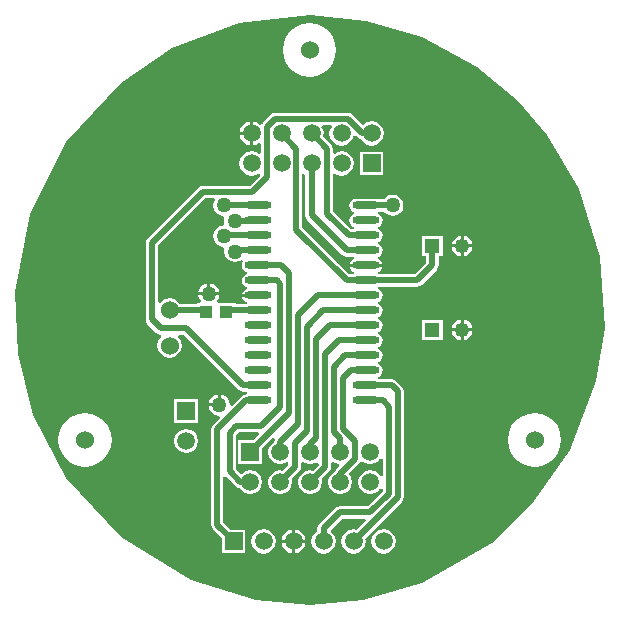
<source format=gbl>
%FSDAX23Y23*%
%MOIN*%
%SFA1B1*%

%IPPOS*%
%ADD11R,0.043300X0.039400*%
%ADD15C,0.019700*%
%ADD18C,0.060000*%
%ADD19R,0.059100X0.059100*%
%ADD20C,0.059100*%
%ADD21R,0.059100X0.059100*%
%ADD22R,0.049200X0.049200*%
%ADD23C,0.049200*%
%ADD24C,0.050000*%
%ADD25O,0.090600X0.023600*%
%LNsensor_pcb-1*%
%LPD*%
G36*
X03250Y04040D02*
X03437Y03986D01*
X03620Y03887*
X03757Y03773*
X03853Y03660*
X03959Y03480*
X04029Y03254*
X04044Y03017*
X04017Y02841*
X03930Y02610*
X03810Y02440*
X03668Y02301*
X03435Y02165*
X03238Y02108*
X03061Y02092*
X02883Y02108*
X02665Y02175*
X02431Y02320*
X02250Y02517*
X02140Y02727*
X02088Y02928*
X02078Y03136*
X02130Y03397*
X02250Y03636*
X02431Y03832*
X02603Y03948*
X02825Y04032*
X03061Y04061*
X03250Y04040*
G37*
%LNsensor_pcb-2*%
%LPC*%
G36*
X02689Y02779D02*
X02610D01*
Y02700*
X02689*
Y02779*
G37*
G36*
X02650Y02680D02*
X02634Y02677D01*
X02621Y02668*
X02612Y02655*
X02609Y02640*
X02612Y02624*
X02621Y02611*
X02634Y02602*
X02650Y02599*
X02665Y02602*
X02678Y02611*
X02687Y02624*
X02690Y02640*
X02687Y02655*
X02678Y02668*
X02665Y02677*
X02650Y02680*
G37*
G36*
X03811Y02733D02*
X03788Y02730D01*
X03766Y02721*
X03747Y02707*
X03733Y02688*
X03724Y02666*
X03721Y02643*
X03724Y02620*
X03733Y02598*
X03747Y02580*
X03766Y02566*
X03788Y02557*
X03811Y02554*
X03834Y02557*
X03856Y02566*
X03874Y02580*
X03888Y02598*
X03897Y02620*
X03900Y02643*
X03897Y02666*
X03888Y02688*
X03874Y02707*
X03856Y02721*
X03834Y02730*
X03811Y02733*
G37*
G36*
X03564Y03005D02*
X03534D01*
X03536Y02996*
X03544Y02985*
X03555Y02977*
X03564Y02975*
Y03005*
G37*
G36*
X03505Y03044D02*
X03436D01*
Y02975*
X03505*
Y03044*
G37*
G36*
X02755Y02794D02*
X02746Y02793D01*
X02734Y02785*
X02727Y02773*
X02725Y02765*
X02755*
Y02794*
G37*
G36*
X02312Y02733D02*
X02288Y02730D01*
X02267Y02721*
X02248Y02707*
X02234Y02688*
X02225Y02666*
X02222Y02643*
X02225Y02620*
X02234Y02598*
X02248Y02580*
X02267Y02566*
X02288Y02557*
X02312Y02554*
X02335Y02557*
X02356Y02566*
X02375Y02580*
X02389Y02598*
X02398Y02620*
X02401Y02643*
X02398Y02666*
X02389Y02688*
X02375Y02707*
X02356Y02721*
X02335Y02730*
X02312Y02733*
G37*
G36*
X03003Y02300D02*
X02968D01*
X02970Y02289*
X02979Y02276*
X02992Y02267*
X03003Y02265*
Y02300*
G37*
G36*
X03308Y02345D02*
X03292Y02342D01*
X03279Y02333*
X03270Y02320*
X03267Y02305*
X03270Y02289*
X03279Y02276*
X03292Y02267*
X03308Y02264*
X03323Y02267*
X03336Y02276*
X03345Y02289*
X03348Y02305*
X03345Y02320*
X03336Y02333*
X03323Y02342*
X03308Y02345*
G37*
G36*
X02908D02*
X02892Y02342D01*
X02879Y02333*
X02870Y02320*
X02867Y02305*
X02870Y02289*
X02879Y02276*
X02892Y02267*
X02908Y02264*
X02923Y02267*
X02936Y02276*
X02945Y02289*
X02948Y02305*
X02945Y02320*
X02936Y02333*
X02923Y02342*
X02908Y02345*
G37*
G36*
X03013Y02344D02*
Y02310D01*
X03047*
X03045Y02320*
X03036Y02333*
X03023Y02342*
X03013Y02344*
G37*
G36*
X03003D02*
X02992Y02342D01*
X02979Y02333*
X02970Y02320*
X02968Y02310*
X03003*
Y02344*
G37*
G36*
X03047Y02300D02*
X03013D01*
Y02265*
X03023Y02267*
X03036Y02276*
X03045Y02289*
X03047Y02300*
G37*
G36*
X03603Y03005D02*
X03574D01*
Y02975*
X03582Y02977*
X03594Y02985*
X03601Y02996*
X03603Y03005*
G37*
G36*
X03307Y03604D02*
X03228D01*
Y03525*
X03307*
Y03604*
G37*
G36*
X03574Y03324D02*
Y03295D01*
X03603*
X03601Y03303*
X03594Y03314*
X03582Y03322*
X03574Y03324*
G37*
G36*
X03564D02*
X03555Y03322D01*
X03544Y03314*
X03536Y03303*
X03534Y03295*
X03564*
Y03324*
G37*
G36*
X02863Y03660D02*
X02828D01*
X02830Y03649*
X02839Y03636*
X02852Y03627*
X02863Y03625*
Y03660*
G37*
G36*
X03061Y04032D02*
X03037Y04029D01*
X03016Y04020*
X02997Y04006*
X02983Y03987*
X02974Y03966*
X02971Y03942*
X02974Y03919*
X02983Y03898*
X02997Y03879*
X03016Y03865*
X03037Y03856*
X03061Y03853*
X03084Y03856*
X03105Y03865*
X03124Y03879*
X03138Y03898*
X03147Y03919*
X03150Y03942*
X03147Y03966*
X03138Y03987*
X03124Y04006*
X03105Y04020*
X03084Y04029*
X03061Y04032*
G37*
G36*
X03188Y03734D02*
X02947D01*
X02939Y03733*
X02933Y03728*
X02904Y03699*
X02903Y03697*
X02896Y03693*
X02883Y03702*
X02873Y03704*
Y03665*
Y03625*
X02883Y03627*
X02891Y03633*
X02898Y03629*
Y03600*
X02891Y03596*
X02883Y03602*
X02868Y03605*
X02852Y03602*
X02839Y03593*
X02830Y03580*
X02827Y03565*
X02830Y03549*
X02839Y03536*
X02852Y03527*
X02868Y03524*
X02883Y03527*
X02891Y03533*
X02894Y03531*
X02895Y03523*
X02861Y03490*
X02704*
X02697Y03488*
X02690Y03484*
X02520Y03314*
X02516Y03307*
X02514Y03300*
Y03045*
X02516Y03037*
X02520Y03030*
X02550Y03000*
X02557Y02996*
X02564Y02994*
X02565Y02987*
X02565Y02986*
X02556Y02973*
X02553Y02957*
X02556Y02942*
X02565Y02929*
X02578Y02920*
X02594Y02917*
X02609Y02920*
X02622Y02929*
X02631Y02942*
X02634Y02957*
X02631Y02973*
X02622Y02986*
X02622Y02987*
X02624Y02994*
X02641*
X02825Y02810*
X02832Y02806*
X02840Y02804*
X02848*
X02848Y02804*
X02851Y02803*
Y02796*
X02848Y02795*
X02847Y02794*
X02842Y02793*
X02835Y02789*
X02802Y02756*
X02795Y02759*
Y02760*
X02793Y02773*
X02785Y02785*
X02773Y02793*
X02765Y02794*
Y02760*
X02760*
Y02755*
X02725*
X02727Y02746*
X02734Y02734*
X02746Y02727*
X02760Y02724*
X02760*
X02763Y02717*
X02738Y02692*
X02734Y02685*
X02732Y02678*
Y02360*
X02734Y02352*
X02738Y02345*
X02768Y02315*
Y02265*
X02847*
Y02344*
X02797*
X02773Y02368*
Y02519*
X02775Y02520*
X02780Y02522*
X02814Y02488*
X02821Y02484*
X02829Y02482*
X02834Y02474*
X02847Y02465*
X02863Y02462*
X02878Y02465*
X02891Y02474*
X02900Y02487*
X02903Y02503*
X02900Y02518*
X02891Y02531*
X02878Y02540*
X02863Y02543*
X02847Y02540*
X02834Y02531*
X02829Y02531*
X02814Y02546*
Y02658*
X02825Y02669*
X02889*
X02892Y02662*
X02872Y02642*
X02823*
Y02563*
X02902*
Y02614*
X02940Y02652*
X02946Y02647*
X02944Y02644*
X02942Y02637*
X02934Y02631*
X02925Y02618*
X02922Y02603*
X02925Y02587*
X02934Y02574*
X02947Y02565*
X02963Y02562*
X02978Y02565*
X02985Y02570*
X02989Y02568*
X02990Y02560*
X02971Y02541*
X02963Y02543*
X02947Y02540*
X02934Y02531*
X02925Y02518*
X02922Y02503*
X02925Y02487*
X02934Y02474*
X02947Y02465*
X02963Y02462*
X02978Y02465*
X02991Y02474*
X03000Y02487*
X03003Y02503*
X03001Y02513*
X03026Y02539*
X03031Y02545*
X03032Y02553*
Y02567*
X03039Y02571*
X03047Y02565*
X03063Y02562*
X03078Y02565*
X03085Y02570*
X03090Y02567*
X03091Y02559*
X03072Y02541*
X03063Y02543*
X03047Y02540*
X03034Y02531*
X03025Y02518*
X03022Y02503*
X03025Y02487*
X03034Y02474*
X03047Y02465*
X03063Y02462*
X03078Y02465*
X03091Y02474*
X03100Y02487*
X03103Y02503*
X03101Y02512*
X03126Y02538*
X03131Y02544*
X03132Y02552*
Y02567*
X03139Y02571*
X03147Y02565*
X03158Y02563*
X03160Y02556*
X03148Y02544*
X03144Y02538*
X03134Y02531*
X03125Y02518*
X03122Y02503*
X03125Y02487*
X03134Y02474*
X03147Y02465*
X03163Y02462*
X03178Y02465*
X03191Y02474*
X03200Y02487*
X03203Y02503*
X03200Y02518*
X03192Y02530*
X03226Y02565*
X03231Y02571*
X03242Y02569*
X03247Y02565*
X03263Y02562*
X03278Y02565*
X03291Y02574*
X03297Y02583*
X03305Y02581*
Y02524*
X03297Y02522*
X03291Y02531*
X03278Y02540*
X03263Y02543*
X03247Y02540*
X03234Y02531*
X03225Y02518*
X03222Y02503*
X03225Y02487*
X03234Y02474*
X03247Y02465*
X03263Y02462*
X03278Y02465*
X03291Y02474*
X03297Y02483*
X03305Y02481*
Y02472*
X03254Y02422*
X03161*
X03153Y02420*
X03146Y02416*
X03093Y02363*
X03089Y02356*
X03087Y02349*
Y02339*
X03079Y02333*
X03070Y02320*
X03067Y02305*
X03070Y02289*
X03079Y02276*
X03092Y02267*
X03108Y02264*
X03123Y02267*
X03136Y02276*
X03145Y02289*
X03148Y02305*
X03145Y02320*
X03136Y02333*
X03132Y02336*
X03131Y02344*
X03169Y02381*
X03245*
X03248Y02374*
X03217Y02343*
X03208Y02345*
X03192Y02342*
X03179Y02333*
X03170Y02320*
X03167Y02305*
X03170Y02289*
X03179Y02276*
X03192Y02267*
X03208Y02264*
X03223Y02267*
X03236Y02276*
X03245Y02289*
X03248Y02305*
X03246Y02314*
X03369Y02437*
X03373Y02444*
X03375Y02452*
Y02806*
X03373Y02813*
X03369Y02820*
X03350Y02839*
X03343Y02843*
X03336Y02845*
X03291*
X03291Y02845*
X03288Y02846*
Y02853*
X03291Y02854*
X03298Y02859*
X03303Y02866*
X03304Y02875*
X03303Y02883*
X03298Y02890*
X03291Y02895*
X03288Y02896*
Y02903*
X03291Y02904*
X03298Y02909*
X03303Y02916*
X03304Y02925*
X03303Y02933*
X03298Y02940*
X03291Y02945*
X03288Y02946*
Y02953*
X03291Y02954*
X03298Y02959*
X03303Y02966*
X03304Y02975*
X03303Y02983*
X03298Y02990*
X03291Y02995*
X03288Y02996*
Y03003*
X03291Y03004*
X03298Y03009*
X03303Y03016*
X03304Y03025*
X03303Y03033*
X03298Y03040*
X03291Y03045*
X03288Y03046*
Y03053*
X03291Y03054*
X03298Y03059*
X03303Y03066*
X03304Y03075*
X03303Y03083*
X03298Y03090*
X03291Y03095*
X03288Y03096*
Y03103*
X03291Y03104*
X03298Y03109*
X03303Y03116*
X03304Y03125*
X03303Y03133*
X03298Y03140*
X03291Y03145*
X03288Y03146*
Y03153*
X03291Y03154*
X03291Y03154*
X03420*
X03427Y03156*
X03434Y03160*
X03485Y03211*
X03489Y03218*
X03491Y03225*
Y03255*
X03505*
Y03324*
X03436*
Y03255*
X03450*
Y03234*
X03411Y03195*
X03291*
X03291Y03195*
X03288Y03196*
Y03203*
X03291Y03204*
X03298Y03209*
X03303Y03216*
X03303Y03220*
X03194*
X03195Y03216*
X03199Y03209*
X03207Y03204*
X03209Y03203*
Y03196*
X03207Y03195*
X03206Y03195*
X03193*
X03037Y03351*
Y03529*
X03041Y03531*
X03047Y03527*
Y03392*
X03049Y03384*
X03053Y03377*
X03170Y03260*
X03175Y03257*
X03177Y03256*
X03185Y03254*
X03206*
X03207Y03254*
X03209Y03253*
Y03246*
X03207Y03245*
X03199Y03240*
X03195Y03233*
X03194Y03230*
X03303*
X03303Y03233*
X03298Y03240*
X03291Y03245*
X03288Y03246*
Y03253*
X03291Y03254*
X03298Y03259*
X03303Y03266*
X03304Y03275*
X03303Y03283*
X03298Y03290*
X03291Y03295*
X03288Y03296*
Y03303*
X03291Y03304*
X03298Y03309*
X03303Y03316*
X03304Y03325*
X03303Y03333*
X03298Y03340*
X03291Y03345*
X03288Y03346*
Y03353*
X03291Y03354*
X03298Y03359*
X03303Y03366*
X03304Y03375*
X03303Y03383*
X03298Y03390*
X03291Y03395*
X03288Y03396*
Y03403*
X03291Y03404*
X03291Y03404*
X03309*
X03312Y03399*
X03324Y03392*
X03338Y03389*
X03351Y03392*
X03363Y03399*
X03371Y03411*
X03373Y03425*
X03371Y03438*
X03363Y03450*
X03351Y03458*
X03338Y03460*
X03324Y03458*
X03312Y03450*
X03309Y03445*
X03291*
X03291Y03445*
X03282Y03447*
X03215*
X03207Y03445*
X03199Y03440*
X03195Y03433*
X03193Y03425*
X03195Y03416*
X03199Y03409*
X03207Y03404*
X03209Y03403*
Y03396*
X03207Y03395*
X03199Y03390*
X03195Y03383*
X03193Y03375*
X03195Y03366*
X03199Y03359*
X03207Y03354*
X03209Y03353*
Y03346*
X03207Y03345*
X03206Y03345*
X03199*
X03138Y03405*
Y03528*
X03145Y03532*
X03152Y03527*
X03168Y03524*
X03183Y03527*
X03196Y03536*
X03205Y03549*
X03208Y03565*
X03205Y03580*
X03196Y03593*
X03183Y03602*
X03168Y03605*
X03152Y03602*
X03145Y03597*
X03138Y03601*
Y03614*
X03137Y03622*
X03132Y03628*
X03106Y03655*
X03108Y03665*
X03105Y03680*
X03100Y03687*
X03104Y03694*
X03131*
X03135Y03687*
X03130Y03680*
X03127Y03665*
X03130Y03649*
X03139Y03636*
X03152Y03627*
X03168Y03624*
X03183Y03627*
X03196Y03636*
X03205Y03649*
X03206Y03657*
X03214Y03659*
X03223Y03650*
X03230Y03646*
X03233Y03645*
X03239Y03636*
X03252Y03627*
X03268Y03624*
X03283Y03627*
X03296Y03636*
X03305Y03649*
X03308Y03665*
X03305Y03680*
X03296Y03693*
X03283Y03702*
X03268Y03705*
X03252Y03702*
X03239Y03693*
X03238Y03693*
X03202Y03728*
X03196Y03733*
X03188Y03734*
G37*
G36*
X02863Y03704D02*
X02852Y03702D01*
X02839Y03693*
X02830Y03680*
X02828Y03670*
X02863*
Y03704*
G37*
G36*
X03564Y03044D02*
X03555Y03042D01*
X03544Y03035*
X03536Y03023*
X03534Y03015*
X03564*
Y03044*
G37*
G36*
X03574D02*
Y03015D01*
X03603*
X03601Y03023*
X03594Y03035*
X03582Y03042*
X03574Y03044*
G37*
G36*
X03603Y03285D02*
X03574D01*
Y03255*
X03582Y03257*
X03594Y03265*
X03601Y03276*
X03603Y03285*
G37*
G36*
X03564D02*
X03534D01*
X03536Y03276*
X03544Y03265*
X03555Y03257*
X03564Y03255*
Y03285*
G37*
%LNsensor_pcb-3*%
%LPD*%
G36*
X02745Y03442D02*
X02743Y03438D01*
X02740Y03425*
X02743Y03411*
X02750Y03399*
X02762Y03392*
X02772Y03389*
X02777Y03383*
X02775Y03374*
X02777Y03363*
X02773Y03357*
X02762Y03355*
X02750Y03347*
X02743Y03335*
X02740Y03322*
X02743Y03308*
X02750Y03296*
X02762Y03289*
X02773Y03286*
X02776Y03282*
X02777Y03277*
X02776Y03271*
X02779Y03257*
X02786Y03245*
X02798Y03238*
X02812Y03235*
X02825Y03238*
X02834Y03244*
X02840Y03238*
X02836Y03233*
X02835Y03225*
X02836Y03216*
X02841Y03209*
X02848Y03204*
X02851Y03203*
Y03196*
X02848Y03195*
X02841Y03190*
X02836Y03183*
X02835Y03175*
X02836Y03166*
X02841Y03159*
X02848Y03154*
X02851Y03153*
Y03146*
X02848Y03145*
X02841Y03140*
X02836Y03133*
X02836Y03130*
X02890*
Y03120*
X02836*
X02836Y03116*
X02841Y03109*
X02848Y03104*
X02851Y03103*
Y03096*
X02848Y03095*
X02848Y03095*
X02815*
Y03099*
X02755*
X02751Y03106*
X02758Y03116*
X02759Y03125*
X02690*
X02692Y03116*
X02698Y03106*
X02694Y03099*
X02684*
Y03096*
X02628*
X02622Y03104*
X02609Y03113*
X02594Y03116*
X02578Y03113*
X02565Y03104*
X02562Y03101*
X02555Y03103*
Y03291*
X02713Y03449*
X02742*
X02745Y03442*
G37*
%LNsensor_pcb-4*%
%LPC*%
G36*
X02730Y03164D02*
Y03135D01*
X02759*
X02758Y03143*
X02750Y03155*
X02738Y03163*
X02730Y03164*
G37*
G36*
X02720D02*
X02711Y03163D01*
X02699Y03155*
X02692Y03143*
X02690Y03135*
X02720*
Y03164*
G37*
%LNsensor_pcb-5*%
%LPD*%
G54D11*
X02783Y03070D03*
X02716D03*
G54D15*
X02850Y02775D02*
X02890D01*
X02753Y02678D02*
X02850Y02775D01*
X02753Y02360D02*
Y02678D01*
X02704Y03469D02*
X02869D01*
X02535Y03300D02*
X02704Y03469D01*
X02535Y03045D02*
Y03300D01*
Y03045D02*
X02565Y03015D01*
X02650*
X02840Y02825*
X02890*
X02918Y03518D02*
Y03685D01*
X02869Y03469D02*
X02918Y03518D01*
Y03685D02*
X02947Y03714D01*
X03237Y03665D02*
X03268D01*
X03188Y03714D02*
X03237Y03665D01*
X02947Y03714D02*
X03188D01*
X03470Y03225D02*
Y03290D01*
X03420Y03175D02*
X03470Y03225D01*
X03249Y03175D02*
X03420D01*
X03185Y03275D02*
X03249D01*
X03068Y03392D02*
X03185Y03275D01*
X03068Y03392D02*
Y03565D01*
X03185Y03175D02*
X03249D01*
X03017Y03342D02*
X03185Y03175D01*
X03017Y03342D02*
Y03614D01*
X02767Y03325D02*
X02890D01*
X02808Y03275D02*
X02890D01*
X02811Y03374D02*
X02889D01*
X02808Y03275D02*
X02812Y03271D01*
X02753Y02360D02*
X02808Y02305D01*
X03249Y02775D02*
X03304D01*
X03325Y02753*
Y02464D02*
Y02753D01*
X03263Y02402D02*
X03325Y02464D01*
X03161Y02402D02*
X03263D01*
X03108Y02349D02*
X03161Y02402D01*
X03108Y02305D02*
Y02349D01*
X03208Y02305D02*
X03355Y02452D01*
Y02806*
X03336Y02825D02*
X03355Y02806D01*
X03249Y02825D02*
X03336D01*
X03212Y02579D02*
Y02641D01*
X03163Y02530D02*
X03212Y02579D01*
X03163Y02503D02*
Y02530D01*
X03173Y02849D02*
X03199Y02875D01*
X03173Y02681D02*
Y02849D01*
Y02681D02*
X03212Y02641D01*
X03142Y02669D02*
Y02887D01*
X03112Y02552D02*
Y02928D01*
X03082Y02649D02*
Y02979D01*
X03063Y02630D02*
X03082Y02649D01*
X03052Y02674D02*
Y03021D01*
X03012Y02634D02*
X03052Y02674D01*
X03023Y02697D02*
Y03059D01*
X02963Y02637D02*
X03023Y02697D01*
X03142Y02669D02*
X03163Y02649D01*
X03142Y02887D02*
X03180Y02925D01*
X03112Y02928D02*
X03159Y02975D01*
X03082Y02979D02*
X03128Y03025D01*
X03052Y03021D02*
X03106Y03075D01*
X03023Y03059D02*
X03089Y03125D01*
X02992Y02733D02*
Y03198D01*
X02861Y02602D02*
X02992Y02733D01*
X02962Y02752D02*
Y03164D01*
X02900Y02690D02*
X02962Y02752D01*
X03128Y03025D02*
X03249D01*
X03106Y03075D02*
X03249D01*
X03089Y03125D02*
X03249D01*
X02965Y03225D02*
X02992Y03198D01*
X02951Y03175D02*
X02962Y03164D01*
X02890Y03225D02*
X02965D01*
X02829Y02503D02*
X02863D01*
X02794Y02538D02*
X02829Y02503D01*
X02794Y02538D02*
Y02667D01*
X02817Y02690*
X02900*
X02890Y03175D02*
X02951D01*
X02963Y02603D02*
Y02637D01*
X03012Y02553D02*
Y02634D01*
X03063Y02603D02*
Y02630D01*
X03199Y02875D02*
X03249D01*
X03180Y02925D02*
X03249D01*
X03163Y02603D02*
Y02649D01*
X03159Y02975D02*
X03249D01*
X03063Y02503D02*
X03112Y02552D01*
X02963Y02503D02*
Y02504D01*
X03012Y02553*
X02968Y03663D02*
Y03665D01*
Y03663D02*
X03017Y03614D01*
X03068Y03665D02*
X03118Y03614D01*
Y03397D02*
Y03614D01*
Y03397D02*
X03191Y03325D01*
X03249*
Y03425D02*
X03338D01*
X02776D02*
X02890D01*
X02594Y03076D02*
X02594Y03076D01*
X02717*
X02783Y03070D02*
X02788Y03075D01*
X02890*
G54D18*
X02594Y03076D03*
Y02957D03*
X02312Y02643D03*
X03811D03*
X03061Y03942D03*
G54D19*
X02650Y02740D03*
G54D20*
X02650Y02640D03*
X02868Y03665D03*
Y03565D03*
X02968Y03665D03*
Y03565D03*
X03068Y03665D03*
Y03565D03*
X03168Y03665D03*
Y03565D03*
X03268Y03665D03*
X03263Y02503D03*
Y02603D03*
X03163Y02503D03*
Y02603D03*
X03063Y02503D03*
Y02603D03*
X02963Y02503D03*
Y02603D03*
X02863Y02503D03*
X03308Y02305D03*
X03208D03*
X03108D03*
X03008D03*
X02908D03*
G54D21*
X03268Y03565D03*
X02863Y02603D03*
X02808Y02305D03*
G54D22*
X03470Y03010D03*
X03470Y03290D03*
G54D23*
X03569Y03010D03*
Y03290D03*
G54D24*
X02760Y02760D03*
X02725Y03130D03*
X02812Y03271D03*
X02811Y03374D03*
X02776Y03322D03*
Y03425D03*
X03338D03*
G54D25*
X02890Y02775D03*
Y02825D03*
Y02875D03*
Y02925D03*
Y02975D03*
Y03025D03*
Y03075D03*
Y03125D03*
Y03175D03*
Y03225D03*
Y03275D03*
Y03325D03*
Y03375D03*
Y03425D03*
X03249Y02775D03*
Y02825D03*
Y02875D03*
Y02925D03*
Y02975D03*
Y03025D03*
Y03075D03*
Y03125D03*
Y03175D03*
Y03225D03*
Y03275D03*
Y03325D03*
Y03375D03*
Y03425D03*
M02*
</source>
